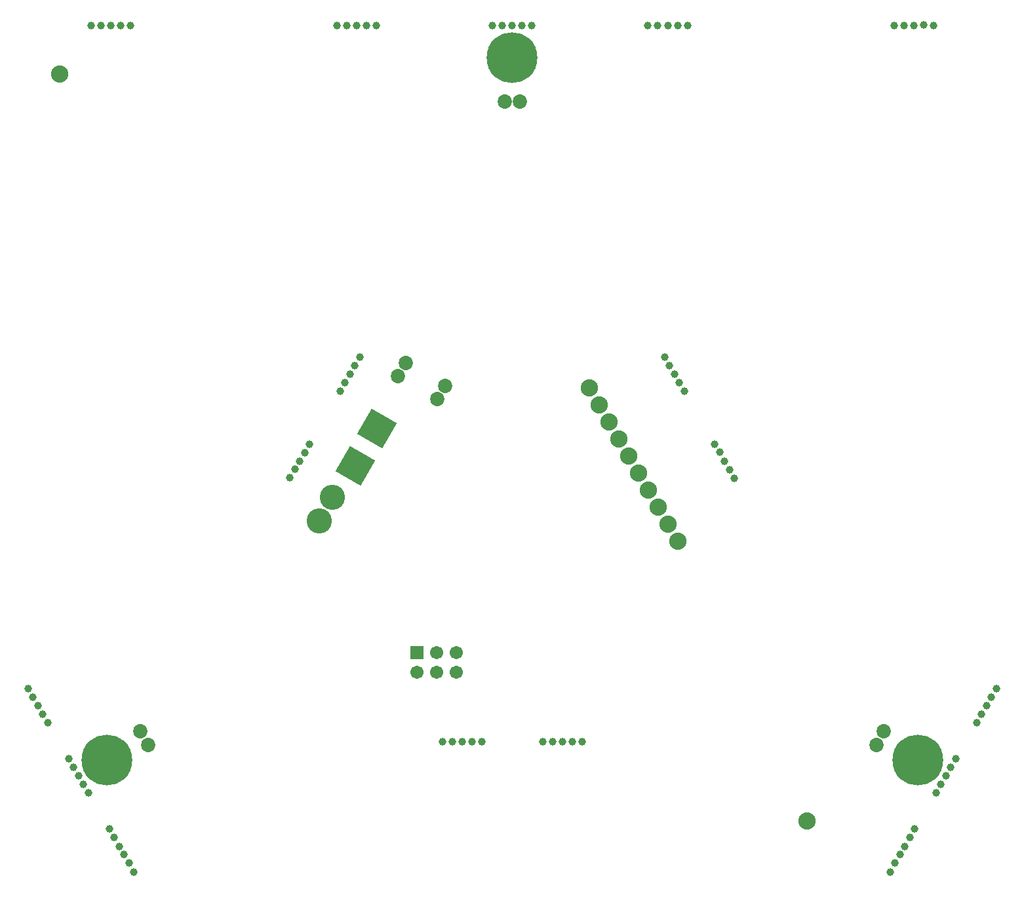
<source format=gbr>
G04 This is an RS-274x file exported by *
G04 gerbv version 2.6A *
G04 More information is available about gerbv at *
G04 http://gerbv.geda-project.org/ *
G04 --End of header info--*
%MOIN*%
%FSLAX34Y34*%
%IPPOS*%
G04 --Define apertures--*
%ADD10C,0.0030*%
%ADD11C,0.0500*%
%ADD12C,0.0390*%
%ADD13C,0.2580*%
%ADD14C,0.0730*%
%ADD15C,0.0880*%
%ADD16C,0.1280*%
%ADD17C,0.0671*%
%ADD18R,0.0671X0.0671*%
%AMMACRO19*
4,1,4,0.101086,0.027086,0.027086,-0.101086,-0.101086,-0.027086,-0.027086,0.101086,0.101086,0.027086,0.000000*
%
%ADD19MACRO19*%
G04 --Start main section--*
G54D19*
G01X0023157Y0026871D03*
G01X0022072Y0024991D03*
G54D18*
G01X0025202Y0015481D03*
G54D17*
G01X0025202Y0014481D03*
G01X0026202Y0015481D03*
G01X0026202Y0014481D03*
G01X0027202Y0015481D03*
G01X0027202Y0014481D03*
G54D16*
G01X0020913Y0023368D03*
G01X0020224Y0022175D03*
G54D11*
G01X0020914Y0023369D03*
G01X0020224Y0022174D03*
G54D15*
G01X0033947Y0028941D03*
G01X0034447Y0028075D03*
G01X0034947Y0027209D03*
G01X0035447Y0026343D03*
G01X0035947Y0025477D03*
G01X0036447Y0024611D03*
G01X0036947Y0023745D03*
G01X0037447Y0022879D03*
G01X0037947Y0022013D03*
G01X0038447Y0021147D03*
G54D14*
G01X0024627Y0030221D03*
G01X0024233Y0029539D03*
G01X0026618Y0029048D03*
G01X0026224Y0028366D03*
G01X0029648Y0043529D03*
G01X0030435Y0043529D03*
G01X0011538Y0010793D03*
G01X0011144Y0011475D03*
G01X0048946Y0011469D03*
G01X0048553Y0010787D03*
G54D13*
G01X0030037Y0045741D03*
G01X0050657Y0010031D03*
G01X0009427Y0010031D03*
G54D15*
G01X0007037Y0044931D03*
G01X0045037Y0006931D03*
G54D12*
G01X0008627Y0047391D03*
G01X0009132Y0047396D03*
G01X0009632Y0047396D03*
G01X0010127Y0047396D03*
G01X0010632Y0047386D03*
G01X0021127Y0047391D03*
G01X0021637Y0047391D03*
G01X0022132Y0047391D03*
G01X0022632Y0047396D03*
G01X0023127Y0047396D03*
G01X0029037Y0047396D03*
G01X0029537Y0047396D03*
G01X0030037Y0047396D03*
G01X0030537Y0047396D03*
G01X0031037Y0047396D03*
G01X0036942Y0047391D03*
G01X0037442Y0047396D03*
G01X0037952Y0047396D03*
G01X0038447Y0047396D03*
G01X0038952Y0047391D03*
G01X0049447Y0047391D03*
G01X0049947Y0047391D03*
G01X0050447Y0047391D03*
G01X0050947Y0047401D03*
G01X0051457Y0047391D03*
G01X0054647Y0013656D03*
G01X0054397Y0013221D03*
G01X0053647Y0011921D03*
G01X0053897Y0012356D03*
G01X0054147Y0012791D03*
G01X0052582Y0010081D03*
G01X0052332Y0009646D03*
G01X0051582Y0008346D03*
G01X0051832Y0008781D03*
G01X0052082Y0009216D03*
G01X0050262Y0006066D03*
G01X0050012Y0005631D03*
G01X0049262Y0004331D03*
G01X0049512Y0004766D03*
G01X0049762Y0005201D03*
G01X0050512Y0006511D03*
G01X0010807Y0004331D03*
G01X0010557Y0004766D03*
G01X0010307Y0005201D03*
G01X0009557Y0006506D03*
G01X0009812Y0006066D03*
G01X0010057Y0005631D03*
G01X0008492Y0008346D03*
G01X0008242Y0008781D03*
G01X0007992Y0009216D03*
G01X0007492Y0010076D03*
G01X0007742Y0009646D03*
G01X0006427Y0011921D03*
G01X0006177Y0012356D03*
G01X0005927Y0012791D03*
G01X0005432Y0013656D03*
G01X0005677Y0013221D03*
G01X0031587Y0010941D03*
G01X0032087Y0010941D03*
G01X0032587Y0010941D03*
G01X0033087Y0010941D03*
G01X0033587Y0010941D03*
G01X0026487Y0010936D03*
G01X0026987Y0010941D03*
G01X0027487Y0010941D03*
G01X0027987Y0010941D03*
G01X0028487Y0010941D03*
G01X0037787Y0030516D03*
G01X0038037Y0030081D03*
G01X0038287Y0029651D03*
G01X0038537Y0029216D03*
G01X0038792Y0028781D03*
G01X0040337Y0026096D03*
G01X0040587Y0025666D03*
G01X0040837Y0025231D03*
G01X0041087Y0024796D03*
G01X0041337Y0024361D03*
G01X0022287Y0030516D03*
G01X0022032Y0030081D03*
G01X0021787Y0029651D03*
G01X0021537Y0029216D03*
G01X0021287Y0028781D03*
G01X0019737Y0026096D03*
G01X0019487Y0025661D03*
G01X0019237Y0025231D03*
G01X0018987Y0024801D03*
G01X0018737Y0024366D03*
M02*

</source>
